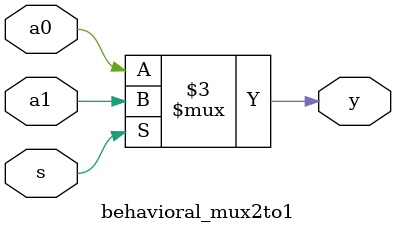
<source format=v>
`timescale 1ns / 1ps

module behavioral_mux2to1(
    input s,a0,a1,
    output reg y
);
    always @(*) begin
        if (s) begin
            y=a1;
        end
        else begin
            y=a0;
        end
    end
    
    // function sel(input s,input a0,input a1);
    //     begin
    //         if (s) begin
    //             sel=a1;
    //         end
    //         else begin
    //             sel=a0;
    //         end
    //     end
    // endfunction
    // assign y=sel(s,a0,a1);

endmodule

</source>
